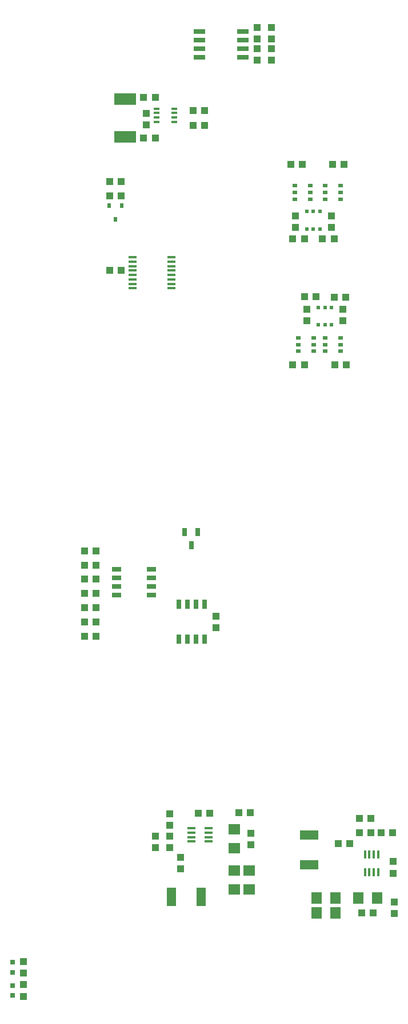
<source format=gbr>
G04 EAGLE Gerber RS-274X export*
G75*
%MOMM*%
%FSLAX34Y34*%
%LPD*%
%INSolderpaste Bottom*%
%IPPOS*%
%AMOC8*
5,1,8,0,0,1.08239X$1,22.5*%
G01*
%ADD10R,0.400000X1.200000*%
%ADD11R,1.000000X1.100000*%
%ADD12R,1.100000X1.000000*%
%ADD13R,1.800000X1.600000*%
%ADD14R,1.600000X1.800000*%
%ADD15R,2.800000X1.400000*%
%ADD16R,1.200000X0.400000*%
%ADD17R,1.400000X2.800000*%
%ADD18R,0.800000X0.800000*%
%ADD19R,0.560000X0.730000*%
%ADD20R,1.260000X0.360000*%
%ADD21R,3.200000X1.800000*%
%ADD22R,1.780000X0.720000*%
%ADD23R,0.600000X0.600000*%
%ADD24R,0.900000X0.400000*%
%ADD25R,0.700000X0.500000*%
%ADD26R,1.400000X0.635000*%
%ADD27R,0.635000X1.400000*%
%ADD28R,0.635000X1.270000*%


D10*
X566750Y460000D03*
X560250Y460000D03*
X553750Y460000D03*
X547250Y460000D03*
X547250Y486000D03*
X553750Y486000D03*
X560250Y486000D03*
X566750Y486000D03*
D11*
X589000Y458500D03*
X589000Y475500D03*
D12*
X591000Y415500D03*
X591000Y398500D03*
D13*
X354000Y495000D03*
X354000Y523000D03*
D11*
X378000Y500500D03*
X378000Y517500D03*
D12*
X507500Y502000D03*
X524500Y502000D03*
D11*
X571500Y518000D03*
X588500Y518000D03*
X556500Y518000D03*
X539500Y518000D03*
D12*
X539500Y539000D03*
X556500Y539000D03*
D14*
X504000Y422000D03*
X476000Y422000D03*
X504000Y400000D03*
X476000Y400000D03*
D15*
X465000Y471000D03*
X465000Y515000D03*
D16*
X316000Y524750D03*
X316000Y518250D03*
X316000Y511750D03*
X316000Y505250D03*
X290000Y505250D03*
X290000Y511750D03*
X290000Y518250D03*
X290000Y524750D03*
D12*
X317500Y547000D03*
X300500Y547000D03*
D11*
X360500Y548000D03*
X377500Y548000D03*
D14*
X537200Y421600D03*
X565200Y421600D03*
D12*
X542600Y399600D03*
X559600Y399600D03*
D11*
X274000Y464500D03*
X274000Y481500D03*
D12*
X258000Y529500D03*
X258000Y546500D03*
X258000Y513500D03*
X258000Y496500D03*
D11*
X237000Y496500D03*
X237000Y513500D03*
D13*
X375500Y462000D03*
X375500Y434000D03*
X353500Y462000D03*
X353500Y434000D03*
D17*
X305000Y423000D03*
X261000Y423000D03*
D18*
X25000Y292500D03*
X25000Y277500D03*
D12*
X41000Y276500D03*
X41000Y293500D03*
D18*
X25000Y326500D03*
X25000Y311500D03*
D12*
X41000Y310500D03*
X41000Y327500D03*
D19*
X177623Y1425058D03*
X187123Y1445058D03*
X168123Y1445058D03*
D11*
X169500Y1460000D03*
X186500Y1460000D03*
X186500Y1481000D03*
X169500Y1481000D03*
X292500Y1564000D03*
X309500Y1564000D03*
X292500Y1586000D03*
X309500Y1586000D03*
D20*
X261000Y1368750D03*
X261000Y1362250D03*
X261000Y1355750D03*
X261000Y1349250D03*
X261000Y1342750D03*
X261000Y1336250D03*
X261000Y1329750D03*
X261000Y1323250D03*
X203000Y1323250D03*
X203000Y1329750D03*
X203000Y1336250D03*
X203000Y1342750D03*
X203000Y1349250D03*
X203000Y1355750D03*
X203000Y1362250D03*
X203000Y1368750D03*
D11*
X219500Y1545000D03*
X236500Y1545000D03*
X219500Y1605000D03*
X236500Y1605000D03*
X223000Y1564500D03*
X223000Y1581500D03*
D21*
X192000Y1603000D03*
X192000Y1547000D03*
D22*
X366300Y1703050D03*
X366300Y1690350D03*
X366300Y1677650D03*
X366300Y1664950D03*
X301700Y1664950D03*
X301700Y1677650D03*
X301700Y1690350D03*
X301700Y1703050D03*
D12*
X388000Y1691500D03*
X388000Y1708500D03*
X409000Y1708500D03*
X409000Y1691500D03*
X388000Y1660500D03*
X388000Y1677500D03*
X409000Y1677500D03*
X409000Y1660500D03*
D23*
X478500Y1295000D03*
X488000Y1295000D03*
X497500Y1295000D03*
X497500Y1269000D03*
X488000Y1269000D03*
X478500Y1269000D03*
D11*
X440500Y1210000D03*
X457500Y1210000D03*
X519500Y1210000D03*
X502500Y1210000D03*
D12*
X461000Y1275500D03*
X461000Y1292500D03*
X515000Y1275500D03*
X515000Y1292500D03*
D11*
X474500Y1311000D03*
X457500Y1311000D03*
X501500Y1310000D03*
X518500Y1310000D03*
D23*
X480500Y1411000D03*
X471000Y1411000D03*
X461500Y1411000D03*
X461500Y1437000D03*
X471000Y1437000D03*
X480500Y1437000D03*
D11*
X516500Y1506000D03*
X499500Y1506000D03*
X437500Y1506000D03*
X454500Y1506000D03*
D12*
X498000Y1430500D03*
X498000Y1413500D03*
X444000Y1430500D03*
X444000Y1413500D03*
D11*
X484500Y1396000D03*
X501500Y1396000D03*
X457500Y1396000D03*
X440500Y1396000D03*
X169500Y1350000D03*
X186500Y1350000D03*
D24*
X239000Y1569250D03*
X239000Y1575750D03*
X239000Y1582250D03*
X239000Y1588750D03*
X265000Y1588750D03*
X265000Y1582250D03*
X265000Y1575750D03*
X265000Y1569250D03*
D25*
X448500Y1230000D03*
X448500Y1240000D03*
X448500Y1250000D03*
X471500Y1250000D03*
X471500Y1240000D03*
X471500Y1230000D03*
X511500Y1250000D03*
X511500Y1240000D03*
X511500Y1230000D03*
X488500Y1230000D03*
X488500Y1240000D03*
X488500Y1250000D03*
X511500Y1475000D03*
X511500Y1465000D03*
X511500Y1455000D03*
X488500Y1455000D03*
X488500Y1465000D03*
X488500Y1475000D03*
X443500Y1455000D03*
X443500Y1465000D03*
X443500Y1475000D03*
X466500Y1475000D03*
X466500Y1465000D03*
X466500Y1455000D03*
D12*
X131500Y809000D03*
X148500Y809000D03*
D11*
X327000Y838500D03*
X327000Y821500D03*
X148500Y872000D03*
X131500Y872000D03*
X148500Y851000D03*
X131500Y851000D03*
X131500Y893000D03*
X148500Y893000D03*
X148500Y914000D03*
X131500Y914000D03*
X131500Y830000D03*
X148500Y830000D03*
X148500Y935000D03*
X131500Y935000D03*
D26*
X179000Y870000D03*
X179000Y882700D03*
X179000Y895400D03*
X179000Y908100D03*
X231000Y908100D03*
X231000Y895400D03*
X231000Y882700D03*
X231000Y870000D03*
D27*
X310000Y804000D03*
X297300Y804000D03*
X284600Y804000D03*
X271900Y804000D03*
X271900Y856000D03*
X284600Y856000D03*
X297300Y856000D03*
X310000Y856000D03*
D28*
X290000Y943000D03*
X280500Y963000D03*
X299500Y963000D03*
M02*

</source>
